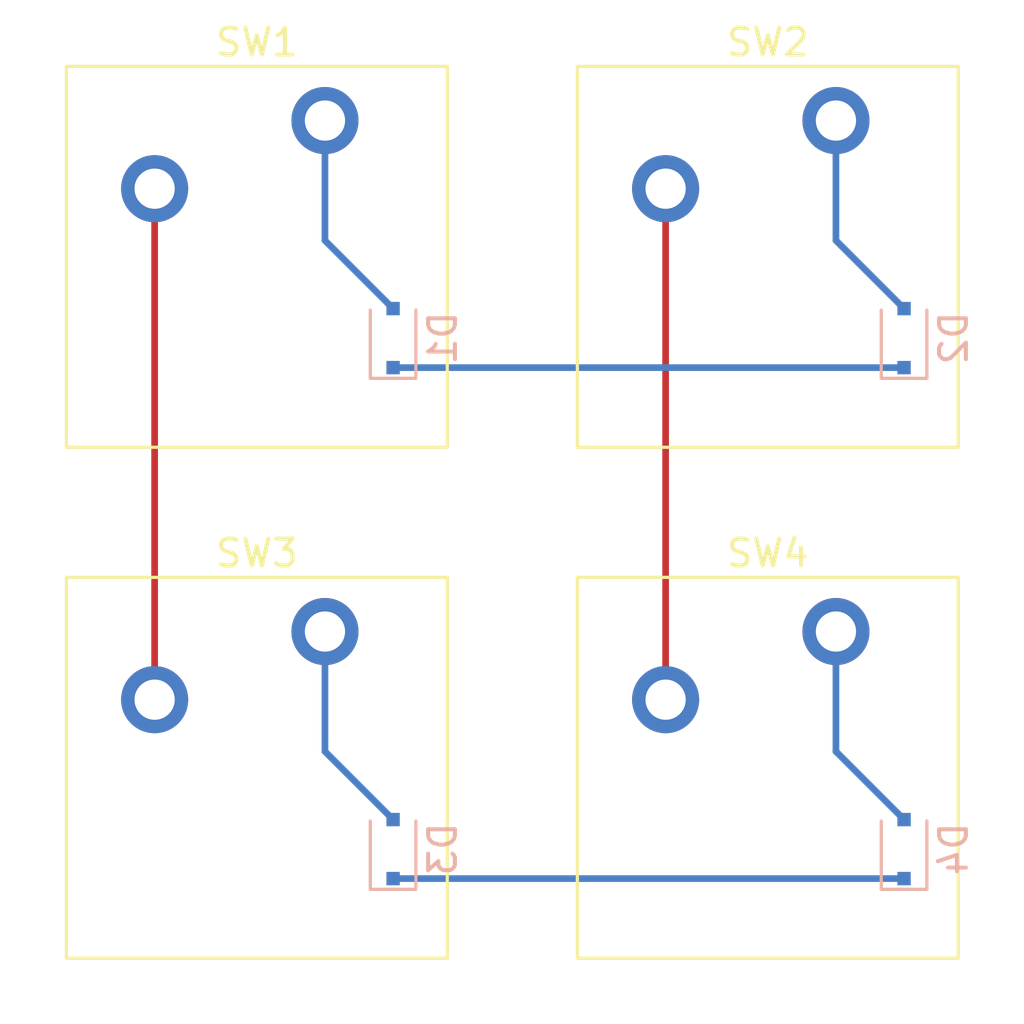
<source format=kicad_pcb>
(kicad_pcb (version 20211014) (generator pcbnew)
  (layers (0 "F.Cu" signal) (31 "B.Cu" signal) (34 "B.Paste" user) (35 "F.Paste" user) (36 "B.SilkS" user "B.Silkscreen") (37 "F.SilkS" user "F.Silkscreen") (38 "B.Mask" user) (39 "F.Mask" user) (44 "Edge.Cuts" user))
  (net 0 "")
  (net 1 "ROW0")
  (net 2 "N$1")
  (net 3 "N$2")
  (net 4 "ROW1")
  (net 5 "N$3")
  (net 6 "N$4")
  (net 7 "COL0")
  (net 8 "COL1")
  (footprint "Switch_Keyboard_Cherry_MX:SW_Cherry_MX_PCB_1.00u" (layer "F.Cu") (at 34.525 34.525)
    (fp_text reference "SW1" (at 0 -8) (layer "F.SilkS"))
    (fp_text value "SW_Push")
    (fp_line (start -7.1 -7.1) (end -7.1 7.1) (layer "F.SilkS") (width 0.12))
    (fp_line (start 7.1 7.1) (end 7.1 -7.1) (layer "F.SilkS") (width 0.12))
    (fp_line (start -7.1 7.1) (end 7.1 7.1) (layer "F.SilkS") (width 0.12))
    (fp_line (start 7.1 -7.1) (end -7.1 -7.1) (layer "F.SilkS") (width 0.12))
    (pad "" np_thru_hole circle locked (at 5.08 0) (size 1.75 1.75) (drill 1.75) (layers *.Cu *.Mask))
    (pad "" np_thru_hole circle locked (at -5.08 0) (size 1.75 1.75) (drill 1.75) (layers *.Cu *.Mask))
    (pad "" np_thru_hole circle locked (at 0 0) (size 4 4) (drill 4) (layers *.Cu *.Mask))
    (pad "1" thru_hole circle locked (at -3.81 -2.54) (size 2.5 2.5) (drill 1.5) (layers *.Cu "B.Mask") (net 7 "COL0"))
    (pad "2" thru_hole circle locked (at 2.54 -5.08) (size 2.5 2.5) (drill 1.5) (layers *.Cu "B.Mask") (net 2 "N$1"))
  )
  (footprint "Switch_Keyboard_Cherry_MX:SW_Cherry_MX_PCB_1.00u" (layer "F.Cu") (at 53.575 34.525)
    (fp_text reference "SW2" (at 0 -8) (layer "F.SilkS"))
    (fp_text value "SW_Push")
    (fp_line (start 7.1 7.1) (end 7.1 -7.1) (layer "F.SilkS") (width 0.12))
    (fp_line (start -7.1 -7.1) (end -7.1 7.1) (layer "F.SilkS") (width 0.12))
    (fp_line (start 7.1 -7.1) (end -7.1 -7.1) (layer "F.SilkS") (width 0.12))
    (fp_line (start -7.1 7.1) (end 7.1 7.1) (layer "F.SilkS") (width 0.12))
    (pad "" np_thru_hole circle locked (at 5.08 0) (size 1.75 1.75) (drill 1.75) (layers *.Cu *.Mask))
    (pad "" np_thru_hole circle locked (at -5.08 0) (size 1.75 1.75) (drill 1.75) (layers *.Cu *.Mask))
    (pad "" np_thru_hole circle locked (at 0 0) (size 4 4) (drill 4) (layers *.Cu *.Mask))
    (pad "1" thru_hole circle locked (at -3.81 -2.54) (size 2.5 2.5) (drill 1.5) (layers *.Cu "B.Mask") (net 8 "COL1"))
    (pad "2" thru_hole circle locked (at 2.54 -5.08) (size 2.5 2.5) (drill 1.5) (layers *.Cu "B.Mask") (net 3 "N$2"))
  )
  (footprint "Switch_Keyboard_Cherry_MX:SW_Cherry_MX_PCB_1.00u" (layer "F.Cu") (at 34.525 53.575)
    (fp_text reference "SW3" (at 0 -8) (layer "F.SilkS"))
    (fp_text value "SW_Push")
    (fp_line (start 7.1 -7.1) (end -7.1 -7.1) (layer "F.SilkS") (width 0.12))
    (fp_line (start -7.1 -7.1) (end -7.1 7.1) (layer "F.SilkS") (width 0.12))
    (fp_line (start 7.1 7.1) (end 7.1 -7.1) (layer "F.SilkS") (width 0.12))
    (fp_line (start -7.1 7.1) (end 7.1 7.1) (layer "F.SilkS") (width 0.12))
    (pad "" np_thru_hole circle locked (at 0 0) (size 4 4) (drill 4) (layers *.Cu *.Mask))
    (pad "" np_thru_hole circle locked (at 5.08 0) (size 1.75 1.75) (drill 1.75) (layers *.Cu *.Mask))
    (pad "" np_thru_hole circle locked (at -5.08 0) (size 1.75 1.75) (drill 1.75) (layers *.Cu *.Mask))
    (pad "1" thru_hole circle locked (at -3.81 -2.54) (size 2.5 2.5) (drill 1.5) (layers *.Cu "B.Mask") (net 7 "COL0"))
    (pad "2" thru_hole circle locked (at 2.54 -5.08) (size 2.5 2.5) (drill 1.5) (layers *.Cu "B.Mask") (net 5 "N$3"))
  )
  (footprint "Switch_Keyboard_Cherry_MX:SW_Cherry_MX_PCB_1.00u" (layer "F.Cu") (at 53.575 53.575)
    (fp_text reference "SW4" (at 0 -8) (layer "F.SilkS"))
    (fp_text value "SW_Push")
    (fp_line (start -7.1 7.1) (end 7.1 7.1) (layer "F.SilkS") (width 0.12))
    (fp_line (start 7.1 -7.1) (end -7.1 -7.1) (layer "F.SilkS") (width 0.12))
    (fp_line (start -7.1 -7.1) (end -7.1 7.1) (layer "F.SilkS") (width 0.12))
    (fp_line (start 7.1 7.1) (end 7.1 -7.1) (layer "F.SilkS") (width 0.12))
    (pad "" np_thru_hole circle locked (at 0 0) (size 4 4) (drill 4) (layers *.Cu *.Mask))
    (pad "" np_thru_hole circle locked (at 5.08 0) (size 1.75 1.75) (drill 1.75) (layers *.Cu *.Mask))
    (pad "" np_thru_hole circle locked (at -5.08 0) (size 1.75 1.75) (drill 1.75) (layers *.Cu *.Mask))
    (pad "1" thru_hole circle locked (at -3.81 -2.54) (size 2.5 2.5) (drill 1.5) (layers *.Cu "B.Mask") (net 8 "COL1"))
    (pad "2" thru_hole circle locked (at 2.54 -5.08) (size 2.5 2.5) (drill 1.5) (layers *.Cu "B.Mask") (net 6 "N$4"))
  )
  (footprint "Diode_SMD:D_SOD-323F" (layer "B.Cu") (at 39.605 37.555 90)
    (fp_text reference "D1" (at 0 1.85 270) (layer "B.SilkS") (effects (justify mirror)))
    (fp_text value "D")
    (fp_line (start -1.5 0.85) (end 1.05 0.85) (layer "B.SilkS") (width 0.12))
    (fp_line (start -1.5 -0.85) (end 1.05 -0.85) (layer "B.SilkS") (width 0.12))
    (fp_line (start -1.5 0.85) (end -1.5 -0.85) (layer "B.SilkS") (width 0.12))
    (pad "1" smd rect locked (at -1.1 0 90) (size 0.5 0.5) (layers "B.Cu" "B.Paste" "B.Mask") (net 1 "ROW0"))
    (pad "2" smd rect locked (at 1.1 0 90) (size 0.5 0.5) (layers "B.Cu" "B.Paste" "B.Mask") (net 2 "N$1"))
  )
  (footprint "Diode_SMD:D_SOD-323F" (layer "B.Cu") (at 58.655 37.555 90)
    (fp_text reference "D2" (at 0 1.85 270) (layer "B.SilkS") (effects (justify mirror)))
    (fp_text value "D")
    (fp_line (start -1.5 0.85) (end 1.05 0.85) (layer "B.SilkS") (width 0.12))
    (fp_line (start -1.5 -0.85) (end 1.05 -0.85) (layer "B.SilkS") (width 0.12))
    (fp_line (start -1.5 0.85) (end -1.5 -0.85) (layer "B.SilkS") (width 0.12))
    (pad "1" smd rect locked (at -1.1 0 90) (size 0.5 0.5) (layers "B.Cu" "B.Paste" "B.Mask") (net 1 "ROW0"))
    (pad "2" smd rect locked (at 1.1 0 90) (size 0.5 0.5) (layers "B.Cu" "B.Paste" "B.Mask") (net 3 "N$2"))
  )
  (footprint "Diode_SMD:D_SOD-323F" (layer "B.Cu") (at 39.605 56.605 90)
    (fp_text reference "D3" (at 0 1.85 270) (layer "B.SilkS") (effects (justify mirror)))
    (fp_text value "D")
    (fp_line (start -1.5 0.85) (end 1.05 0.85) (layer "B.SilkS") (width 0.12))
    (fp_line (start -1.5 -0.85) (end 1.05 -0.85) (layer "B.SilkS") (width 0.12))
    (fp_line (start -1.5 0.85) (end -1.5 -0.85) (layer "B.SilkS") (width 0.12))
    (pad "1" smd rect locked (at -1.1 0 90) (size 0.5 0.5) (layers "B.Cu" "B.Paste" "B.Mask") (net 4 "ROW1"))
    (pad "2" smd rect locked (at 1.1 0 90) (size 0.5 0.5) (layers "B.Cu" "B.Paste" "B.Mask") (net 5 "N$3"))
  )
  (footprint "Diode_SMD:D_SOD-323F" (layer "B.Cu") (at 58.655 56.605 90)
    (fp_text reference "D4" (at 0 1.85 270) (layer "B.SilkS") (effects (justify mirror)))
    (fp_text value "D")
    (fp_line (start -1.5 0.85) (end 1.05 0.85) (layer "B.SilkS") (width 0.12))
    (fp_line (start -1.5 0.85) (end -1.5 -0.85) (layer "B.SilkS") (width 0.12))
    (fp_line (start -1.5 -0.85) (end 1.05 -0.85) (layer "B.SilkS") (width 0.12))
    (pad "1" smd rect locked (at -1.1 0 90) (size 0.5 0.5) (layers "B.Cu" "B.Paste" "B.Mask") (net 4 "ROW1"))
    (pad "2" smd rect locked (at 1.1 0 90) (size 0.5 0.5) (layers "B.Cu" "B.Paste" "B.Mask") (net 6 "N$4"))
  )
  (segment (start 39.605 38.655) (end 58.655 38.655) (width 0.25) (layer "B.Cu") (net 1))
  (segment (start 37.065 33.915) (end 37.065 29.445) (width 0.25) (layer "B.Cu") (net 2))
  (segment (start 39.605 36.455) (end 37.065 33.915) (width 0.25) (layer "B.Cu") (net 2))
  (segment (start 58.655 36.455) (end 56.115 33.915) (width 0.25) (layer "B.Cu") (net 3))
  (segment (start 56.115 33.915) (end 56.115 29.445) (width 0.25) (layer "B.Cu") (net 3))
  (segment (start 39.605 57.705) (end 58.655 57.705) (width 0.25) (layer "B.Cu") (net 4))
  (segment (start 37.065 52.965) (end 37.065 48.495) (width 0.25) (layer "B.Cu") (net 5))
  (segment (start 39.605 55.505) (end 37.065 52.965) (width 0.25) (layer "B.Cu") (net 5))
  (segment (start 58.655 55.505) (end 56.115 52.965) (width 0.25) (layer "B.Cu") (net 6))
  (segment (start 56.115 52.965) (end 56.115 48.495) (width 0.25) (layer "B.Cu") (net 6))
  (segment (start 30.715 31.985) (end 30.715 51.035) (width 0.25) (layer "F.Cu") (net 7))
  (segment (start 49.765 31.985) (end 49.765 51.035) (width 0.25) (layer "F.Cu") (net 8))
)
</source>
